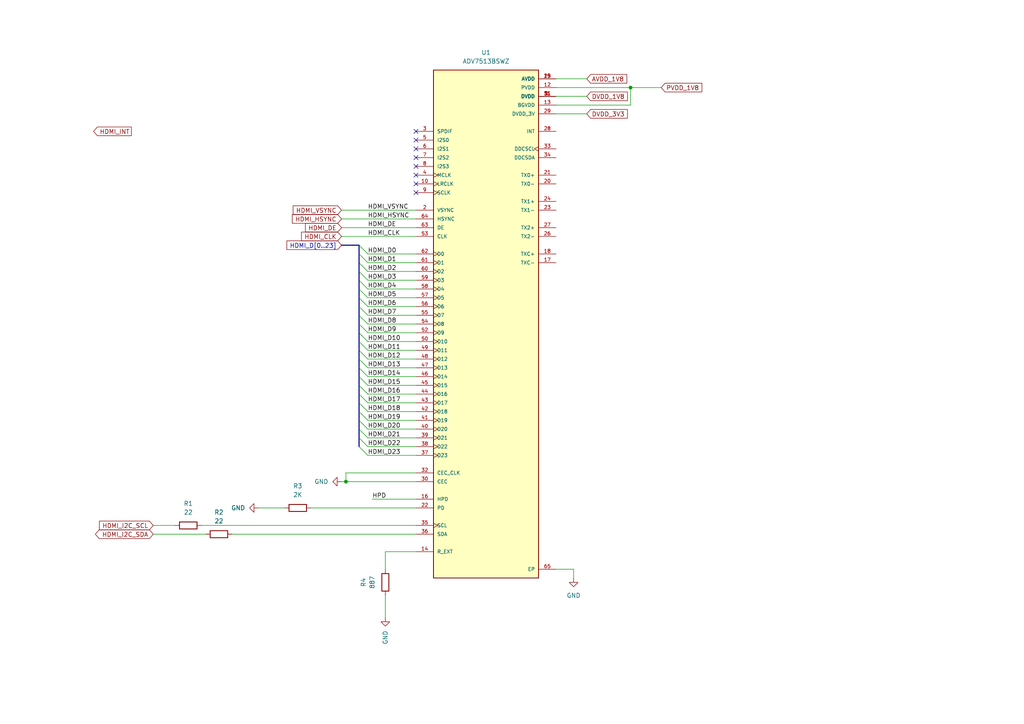
<source format=kicad_sch>
(kicad_sch (version 20211123) (generator eeschema)
  (paper "A4")
  (lib_symbols
    (symbol "ADV7513BSWZ:ADV7513BSWZ" (pin_names (offset 1.016))
      (property "Reference" "U" (at -15.24 73.66 0))
      (property "Value" "ADV7513BSWZ" (at -15.24 -76.2 0))
      (symbol "ADV7513BSWZ_0_0"
        (rectangle (start -15.24 -73.66) (end 15.24 73.66) (stroke (width 0.254)) (fill (type background)))
        (pin power_in line (at 20.32 66.04 180) (length 5.08) (name "DVDD") (number "1"))
        (pin input clock (at -20.32 40.64 0) (length 5.08) (name "LRCLK") (number "10"))
        (pin power_in line (at 20.32 66.04 180) (length 5.08) (name "DVDD") (number "11"))
        (pin power_in line (at 20.32 68.58 180) (length 5.08) (name "PVDD") (number "12"))
        (pin power_in line (at 20.32 63.5 180) (length 5.08) (name "BGVDD") (number "13"))
        (pin bidirectional line (at -20.32 -66.04 0) (length 5.08) (name "R_EXT") (number "14"))
        (pin power_in line (at 20.32 71.12 180) (length 5.08) (name "AVDD") (number "15"))
        (pin input line (at -20.32 -50.8 0) (length 5.08) (name "HPD") (number "16"))
        (pin output line (at 20.32 17.78 180) (length 5.08) (name "TXC−") (number "17"))
        (pin output line (at 20.32 20.32 180) (length 5.08) (name "TXC+") (number "18"))
        (pin power_in line (at 20.32 71.12 180) (length 5.08) (name "AVDD") (number "19"))
        (pin input line (at -20.32 33.02 0) (length 5.08) (name "VSYNC") (number "2"))
        (pin output line (at 20.32 40.64 180) (length 5.08) (name "TX0−") (number "20"))
        (pin output line (at 20.32 43.18 180) (length 5.08) (name "TX0+") (number "21"))
        (pin input line (at -20.32 -53.34 0) (length 5.08) (name "PD") (number "22"))
        (pin output line (at 20.32 33.02 180) (length 5.08) (name "TX1−") (number "23"))
        (pin output line (at 20.32 35.56 180) (length 5.08) (name "TX1+") (number "24"))
        (pin power_in line (at 20.32 71.12 180) (length 5.08) (name "AVDD") (number "25"))
        (pin output line (at 20.32 25.4 180) (length 5.08) (name "TX2−") (number "26"))
        (pin output line (at 20.32 27.94 180) (length 5.08) (name "TX2+") (number "27"))
        (pin output line (at 20.32 55.88 180) (length 5.08) (name "INT") (number "28"))
        (pin power_in line (at 20.32 60.96 180) (length 5.08) (name "DVDD_3V") (number "29"))
        (pin input line (at -20.32 55.88 0) (length 5.08) (name "SPDIF") (number "3"))
        (pin bidirectional line (at -20.32 -45.72 0) (length 5.08) (name "CEC") (number "30"))
        (pin power_in line (at 20.32 66.04 180) (length 5.08) (name "DVDD") (number "31"))
        (pin input line (at -20.32 -43.18 0) (length 5.08) (name "CEC_CLK") (number "32"))
        (pin output clock (at 20.32 50.8 180) (length 5.08) (name "DDCSCL") (number "33"))
        (pin bidirectional line (at 20.32 48.26 180) (length 5.08) (name "DDCSDA") (number "34"))
        (pin input clock (at -20.32 -58.42 0) (length 5.08) (name "SCL") (number "35"))
        (pin bidirectional line (at -20.32 -60.96 0) (length 5.08) (name "SDA") (number "36"))
        (pin input clock (at -20.32 -38.1 0) (length 5.08) (name "D23") (number "37"))
        (pin input clock (at -20.32 -35.56 0) (length 5.08) (name "D22") (number "38"))
        (pin input clock (at -20.32 -33.02 0) (length 5.08) (name "D21") (number "39"))
        (pin input clock (at -20.32 43.18 0) (length 5.08) (name "MCLK") (number "4"))
        (pin input clock (at -20.32 -30.48 0) (length 5.08) (name "D20") (number "40"))
        (pin input clock (at -20.32 -27.94 0) (length 5.08) (name "D19") (number "41"))
        (pin input clock (at -20.32 -25.4 0) (length 5.08) (name "D18") (number "42"))
        (pin input clock (at -20.32 -22.86 0) (length 5.08) (name "D17") (number "43"))
        (pin input clock (at -20.32 -20.32 0) (length 5.08) (name "D16") (number "44"))
        (pin input clock (at -20.32 -17.78 0) (length 5.08) (name "D15") (number "45"))
        (pin input clock (at -20.32 -15.24 0) (length 5.08) (name "D14") (number "46"))
        (pin input clock (at -20.32 -12.7 0) (length 5.08) (name "D13") (number "47"))
        (pin input clock (at -20.32 -10.16 0) (length 5.08) (name "D12") (number "48"))
        (pin input clock (at -20.32 -7.62 0) (length 5.08) (name "D11") (number "49"))
        (pin input line (at -20.32 53.34 0) (length 5.08) (name "I2S0") (number "5"))
        (pin input clock (at -20.32 -5.08 0) (length 5.08) (name "D10") (number "50"))
        (pin power_in line (at 20.32 66.04 180) (length 5.08) (name "DVDD") (number "51"))
        (pin input clock (at -20.32 -2.54 0) (length 5.08) (name "D9") (number "52"))
        (pin input line (at -20.32 25.4 0) (length 5.08) (name "CLK") (number "53"))
        (pin input clock (at -20.32 0 0) (length 5.08) (name "D8") (number "54"))
        (pin input clock (at -20.32 2.54 0) (length 5.08) (name "D7") (number "55"))
        (pin input clock (at -20.32 5.08 0) (length 5.08) (name "D6") (number "56"))
        (pin input clock (at -20.32 7.62 0) (length 5.08) (name "D5") (number "57"))
        (pin input clock (at -20.32 10.16 0) (length 5.08) (name "D4") (number "58"))
        (pin input clock (at -20.32 12.7 0) (length 5.08) (name "D3") (number "59"))
        (pin input line (at -20.32 50.8 0) (length 5.08) (name "I2S1") (number "6"))
        (pin input clock (at -20.32 15.24 0) (length 5.08) (name "D2") (number "60"))
        (pin input clock (at -20.32 17.78 0) (length 5.08) (name "D1") (number "61"))
        (pin input clock (at -20.32 20.32 0) (length 5.08) (name "D0") (number "62"))
        (pin input line (at -20.32 27.94 0) (length 5.08) (name "DE") (number "63"))
        (pin input line (at -20.32 30.48 0) (length 5.08) (name "HSYNC") (number "64"))
        (pin power_in line (at 20.32 -71.12 180) (length 5.08) (name "EP") (number "65"))
        (pin input line (at -20.32 48.26 0) (length 5.08) (name "I2S2") (number "7"))
        (pin input line (at -20.32 45.72 0) (length 5.08) (name "I2S3") (number "8"))
        (pin input clock (at -20.32 38.1 0) (length 5.08) (name "SCLK") (number "9"))
      )
    )
    (symbol "Connector_Generic:Conn_02x20_Odd_Even" (pin_names (offset 1.016) hide)
      (property "Reference" "J" (at 1.27 25.4 0))
      (property "Value" "Conn_02x20_Odd_Even" (at 1.27 -27.94 0))
      (symbol "Conn_02x20_Odd_Even_1_1"
        (rectangle (start -1.27 -25.273) (end 0 -25.527) (stroke (width 0.1524)))
        (rectangle (start -1.27 -22.733) (end 0 -22.987) (stroke (width 0.1524)))
        (rectangle (start -1.27 -20.193) (end 0 -20.447) (stroke (width 0.1524)))
        (rectangle (start -1.27 -17.653) (end 0 -17.907) (stroke (width 0.1524)))
        (rectangle (start -1.27 -15.113) (end 0 -15.367) (stroke (width 0.1524)))
        (rectangle (start -1.27 -12.573) (end 0 -12.827) (stroke (width 0.1524)))
        (rectangle (start -1.27 -10.033) (end 0 -10.287) (stroke (width 0.1524)))
        (rectangle (start -1.27 -7.493) (end 0 -7.747) (stroke (width 0.1524)))
        (rectangle (start -1.27 -4.953) (end 0 -5.207) (stroke (width 0.1524)))
        (rectangle (start -1.27 -2.413) (end 0 -2.667) (stroke (width 0.1524)))
        (rectangle (start -1.27 0.127) (end 0 -0.127) (stroke (width 0.1524)))
        (rectangle (start -1.27 2.667) (end 0 2.413) (stroke (width 0.1524)))
        (rectangle (start -1.27 5.207) (end 0 4.953) (stroke (width 0.1524)))
        (rectangle (start -1.27 7.747) (end 0 7.493) (stroke (width 0.1524)))
        (rectangle (start -1.27 10.287) (end 0 10.033) (stroke (width 0.1524)))
        (rectangle (start -1.27 12.827) (end 0 12.573) (stroke (width 0.1524)))
        (rectangle (start -1.27 15.367) (end 0 15.113) (stroke (width 0.1524)))
        (rectangle (start -1.27 17.907) (end 0 17.653) (stroke (width 0.1524)))
        (rectangle (start -1.27 20.447) (end 0 20.193) (stroke (width 0.1524)))
        (rectangle (start -1.27 22.987) (end 0 22.733) (stroke (width 0.1524)))
        (rectangle (start -1.27 24.13) (end 3.81 -26.67) (stroke (width 0.254)) (fill (type background)))
        (rectangle (start 3.81 -25.273) (end 2.54 -25.527) (stroke (width 0.1524)))
        (rectangle (start 3.81 -22.733) (end 2.54 -22.987) (stroke (width 0.1524)))
        (rectangle (start 3.81 -20.193) (end 2.54 -20.447) (stroke (width 0.1524)))
        (rectangle (start 3.81 -17.653) (end 2.54 -17.907) (stroke (width 0.1524)))
        (rectangle (start 3.81 -15.113) (end 2.54 -15.367) (stroke (width 0.1524)))
        (rectangle (start 3.81 -12.573) (end 2.54 -12.827) (stroke (width 0.1524)))
        (rectangle (start 3.81 -10.033) (end 2.54 -10.287) (stroke (width 0.1524)))
        (rectangle (start 3.81 -7.493) (end 2.54 -7.747) (stroke (width 0.1524)))
        (rectangle (start 3.81 -4.953) (end 2.54 -5.207) (stroke (width 0.1524)))
        (rectangle (start 3.81 -2.413) (end 2.54 -2.667) (stroke (width 0.1524)))
        (rectangle (start 3.81 0.127) (end 2.54 -0.127) (stroke (width 0.1524)))
        (rectangle (start 3.81 2.667) (end 2.54 2.413) (stroke (width 0.1524)))
        (rectangle (start 3.81 5.207) (end 2.54 4.953) (stroke (width 0.1524)))
        (rectangle (start 3.81 7.747) (end 2.54 7.493) (stroke (width 0.1524)))
        (rectangle (start 3.81 10.287) (end 2.54 10.033) (stroke (width 0.1524)))
        (rectangle (start 3.81 12.827) (end 2.54 12.573) (stroke (width 0.1524)))
        (rectangle (start 3.81 15.367) (end 2.54 15.113) (stroke (width 0.1524)))
        (rectangle (start 3.81 17.907) (end 2.54 17.653) (stroke (width 0.1524)))
        (rectangle (start 3.81 20.447) (end 2.54 20.193) (stroke (width 0.1524)))
        (rectangle (start 3.81 22.987) (end 2.54 22.733) (stroke (width 0.1524)))
        (pin passive line (at -5.08 22.86 0) (length 3.81) (name "Pin_1") (number "1"))
        (pin passive line (at 7.62 12.7 180) (length 3.81) (name "Pin_10") (number "10"))
        (pin passive line (at -5.08 10.16 0) (length 3.81) (name "Pin_11") (number "11"))
        (pin passive line (at 7.62 10.16 180) (length 3.81) (name "Pin_12") (number "12"))
        (pin passive line (at -5.08 7.62 0) (length 3.81) (name "Pin_13") (number "13"))
        (pin passive line (at 7.62 7.62 180) (length 3.81) (name "Pin_14") (number "14"))
        (pin passive line (at -5.08 5.08 0) (length 3.81) (name "Pin_15") (number "15"))
        (pin passive line (at 7.62 5.08 180) (length 3.81) (name "Pin_16") (number "16"))
        (pin passive line (at -5.08 2.54 0) (length 3.81) (name "Pin_17") (number "17"))
        (pin passive line (at 7.62 2.54 180) (length 3.81) (name "Pin_18") (number "18"))
        (pin passive line (at -5.08 0 0) (length 3.81) (name "Pin_19") (number "19"))
        (pin passive line (at 7.62 22.86 180) (length 3.81) (name "Pin_2") (number "2"))
        (pin passive line (at 7.62 0 180) (length 3.81) (name "Pin_20") (number "20"))
        (pin passive line (at -5.08 -2.54 0) (length 3.81) (name "Pin_21") (number "21"))
        (pin passive line (at 7.62 -2.54 180) (length 3.81) (name "Pin_22") (number "22"))
        (pin passive line (at -5.08 -5.08 0) (length 3.81) (name "Pin_23") (number "23"))
        (pin passive line (at 7.62 -5.08 180) (length 3.81) (name "Pin_24") (number "24"))
        (pin passive line (at -5.08 -7.62 0) (length 3.81) (name "Pin_25") (number "25"))
        (pin passive line (at 7.62 -7.62 180) (length 3.81) (name "Pin_26") (number "26"))
        (pin passive line (at -5.08 -10.16 0) (length 3.81) (name "Pin_27") (number "27"))
        (pin passive line (at 7.62 -10.16 180) (length 3.81) (name "Pin_28") (number "28"))
        (pin passive line (at -5.08 -12.7 0) (length 3.81) (name "Pin_29") (number "29"))
        (pin passive line (at -5.08 20.32 0) (length 3.81) (name "Pin_3") (number "3"))
        (pin passive line (at 7.62 -12.7 180) (length 3.81) (name "Pin_30") (number "30"))
        (pin passive line (at -5.08 -15.24 0) (length 3.81) (name "Pin_31") (number "31"))
        (pin passive line (at 7.62 -15.24 180) (length 3.81) (name "Pin_32") (number "32"))
        (pin passive line (at -5.08 -17.78 0) (length 3.81) (name "Pin_33") (number "33"))
        (pin passive line (at 7.62 -17.78 180) (length 3.81) (name "Pin_34") (number "34"))
        (pin passive line (at -5.08 -20.32 0) (length 3.81) (name "Pin_35") (number "35"))
        (pin passive line (at 7.62 -20.32 180) (length 3.81) (name "Pin_36") (number "36"))
        (pin passive line (at -5.08 -22.86 0) (length 3.81) (name "Pin_37") (number "37"))
        (pin passive line (at 7.62 -22.86 180) (length 3.81) (name "Pin_38") (number "38"))
        (pin passive line (at -5.08 -25.4 0) (length 3.81) (name "Pin_39") (number "39"))
        (pin passive line (at 7.62 20.32 180) (length 3.81) (name "Pin_4") (number "4"))
        (pin passive line (at 7.62 -25.4 180) (length 3.81) (name "Pin_40") (number "40"))
        (pin passive line (at -5.08 17.78 0) (length 3.81) (name "Pin_5") (number "5"))
        (pin passive line (at 7.62 17.78 180) (length 3.81) (name "Pin_6") (number "6"))
        (pin passive line (at -5.08 15.24 0) (length 3.81) (name "Pin_7") (number "7"))
        (pin passive line (at 7.62 15.24 180) (length 3.81) (name "Pin_8") (number "8"))
        (pin passive line (at -5.08 12.7 0) (length 3.81) (name "Pin_9") (number "9"))
      )
    )
    (symbol "Device:C" (pin_numbers hide) (pin_names (offset 0.254))
      (property "Reference" "C" (at 0.635 2.54 0))
      (property "Value" "C" (at 0.635 -2.54 0))
      (symbol "C_0_1"
        (polyline (pts (xy -2.032 -0.762) (xy 2.032 -0.762)) (stroke (width 0.508)))
        (polyline (pts (xy -2.032 0.762) (xy 2.032 0.762)) (stroke (width 0.508)))
      )
      (symbol "C_1_1"
        (pin passive line (at 0 3.81 270) (length 2.794) (name "~") (number "1"))
        (pin passive line (at 0 -3.81 90) (length 2.794) (name "~") (number "2"))
      )
    )
    (symbol "Device:R" (pin_numbers hide) (pin_names (offset 0))
      (property "Reference" "R" (at 2.032 0 90))
      (property "Value" "R" (at 0 0 90))
      (symbol "R_0_1"
        (rectangle (start -1.016 -2.54) (end 1.016 2.54) (stroke (width 0.254)))
      )
      (symbol "R_1_1"
        (pin passive line (at 0 3.81 270) (length 1.27) (name "~") (number "1"))
        (pin passive line (at 0 -3.81 90) (length 1.27) (name "~") (number "2"))
      )
    )
    (symbol "power:GND" (power) (pin_names (offset 0))
      (property "Value" "GND" (at 0 -3.81 0))
      (symbol "GND_0_1"
        (polyline (pts (xy 0 0) (xy 0 -1.27) (xy 1.27 -1.27) (xy 0 -2.54) (xy -1.27 -1.27) (xy 0 -1.27)))
      )
      (symbol "GND_1_1"
        (pin power_in line (at 0 0 270) (length 0) hide (name "GND") (number "1"))
      )
    )
  )
  (junction (at -69.85 101.6))
  (junction (at -46.99 63.5))
  (junction (at -26.67 31.75))
  (junction (at -52.07 115.57))
  (junction (at -36.83 101.6))
  (junction (at -67.31 31.75))
  (junction (at -67.31 45.72))
  (junction (at 182.88 25.4))
  (junction (at -71.12 77.47))
  (junction (at -49.53 2.54))
  (junction (at -53.34 31.75))
  (junction (at -40.64 45.72))
  (junction (at -85.09 31.75))
  (junction (at -34.29 63.5))
  (junction (at -62.23 115.57))
  (junction (at -40.64 31.75))
  (junction (at -60.96 63.5))
  (junction (at -46.99 77.47))
  (junction (at -59.69 16.51))
  (junction (at -52.07 101.6))
  (junction (at -78.74 63.5))
  (junction (at 100.33 139.7))
  (junction (at -60.96 77.47))
  (junction (at -53.34 45.72))
  (junction (at -67.31 2.54))
  (junction (at -77.47 45.72))
  (no_connect (at 120.65 50.8))
  (no_connect (at 120.65 53.34))
  (no_connect (at 120.65 55.88))
  (no_connect (at 120.65 38.1))
  (no_connect (at 120.65 40.64))
  (no_connect (at 120.65 43.18))
  (no_connect (at 120.65 45.72))
  (no_connect (at 120.65 48.26))
  (bus_entry (at 104.14 78.74) (size 2.54 2.54))
  (bus_entry (at 104.14 81.28) (size 2.54 2.54))
  (bus_entry (at 104.14 83.82) (size 2.54 2.54))
  (bus_entry (at 104.14 86.36) (size 2.54 2.54))
  (bus_entry (at 104.14 88.9) (size 2.54 2.54))
  (bus_entry (at 104.14 91.44) (size 2.54 2.54))
  (bus_entry (at 104.14 93.98) (size 2.54 2.54))
  (bus_entry (at 104.14 96.52) (size 2.54 2.54))
  (bus_entry (at 104.14 99.06) (size 2.54 2.54))
  (bus_entry (at 104.14 101.6) (size 2.54 2.54))
  (bus_entry (at 104.14 127) (size 2.54 2.54))
  (bus_entry (at 104.14 129.54) (size 2.54 2.54))
  (bus_entry (at 104.14 104.14) (size 2.54 2.54))
  (bus_entry (at 104.14 106.68) (size 2.54 2.54))
  (bus_entry (at 104.14 109.22) (size 2.54 2.54))
  (bus_entry (at 104.14 111.76) (size 2.54 2.54))
  (bus_entry (at 104.14 114.3) (size 2.54 2.54))
  (bus_entry (at 104.14 116.84) (size 2.54 2.54))
  (bus_entry (at 104.14 119.38) (size 2.54 2.54))
  (bus_entry (at 104.14 121.92) (size 2.54 2.54))
  (bus_entry (at 104.14 124.46) (size 2.54 2.54))
  (bus_entry (at 104.14 76.2) (size 2.54 2.54))
  (bus_entry (at 104.14 73.66) (size 2.54 2.54))
  (bus_entry (at 104.14 71.12) (size 2.54 2.54))
  (bus (pts (xy 104.14 114.3) (xy 104.14 116.84)))
  (wire (pts (xy 161.29 30.48) (xy 182.88 30.48)))
  (wire (pts (xy -139.7 13.97) (xy -129.54 13.97)))
  (wire (pts (xy -34.29 74.93) (xy -34.29 77.47)))
  (wire (pts (xy 106.68 124.46) (xy 120.65 124.46)))
  (wire (pts (xy -26.67 31.75) (xy -26.67 35.56)))
  (wire (pts (xy 161.29 33.02) (xy 170.18 33.02)))
  (wire (pts (xy 106.68 81.28) (xy 120.65 81.28)))
  (wire (pts (xy 161.29 165.1) (xy 166.37 165.1)))
  (wire (pts (xy -60.96 63.5) (xy -60.96 67.31)))
  (bus (pts (xy 104.14 116.84) (xy 104.14 119.38)))
  (wire (pts (xy 106.68 109.22) (xy 120.65 109.22)))
  (wire (pts (xy 111.76 160.02) (xy 111.76 165.1)))
  (wire (pts (xy -95.25 31.75) (xy -85.09 31.75)))
  (wire (pts (xy -67.31 16.51) (xy -59.69 16.51)))
  (bus (pts (xy 104.14 109.22) (xy 104.14 111.76)))
  (bus (pts (xy 104.14 71.12) (xy 104.14 73.66)))
  (wire (pts (xy 106.68 121.92) (xy 120.65 121.92)))
  (wire (pts (xy -26.67 43.18) (xy -26.67 45.72)))
  (bus (pts (xy 104.14 96.52) (xy 104.14 99.06)))
  (wire (pts (xy -49.53 16.51) (xy -49.53 13.97)))
  (wire (pts (xy 99.06 139.7) (xy 100.33 139.7)))
  (wire (pts (xy -53.34 31.75) (xy -53.34 35.56)))
  (wire (pts (xy -46.99 74.93) (xy -46.99 77.47)))
  (wire (pts (xy 106.68 88.9) (xy 120.65 88.9)))
  (wire (pts (xy 106.68 99.06) (xy 120.65 99.06)))
  (wire (pts (xy 106.68 114.3) (xy 120.65 114.3)))
  (wire (pts (xy 166.37 165.1) (xy 166.37 167.64)))
  (wire (pts (xy 44.45 154.94) (xy 59.69 154.94)))
  (bus (pts (xy 104.14 104.14) (xy 104.14 106.68)))
  (wire (pts (xy 106.68 93.98) (xy 120.65 93.98)))
  (bus (pts (xy 104.14 76.2) (xy 104.14 78.74)))
  (wire (pts (xy 58.42 152.4) (xy 120.65 152.4)))
  (wire (pts (xy -36.83 113.03) (xy -36.83 115.57)))
  (wire (pts (xy 106.68 101.6) (xy 120.65 101.6)))
  (bus (pts (xy 104.14 127) (xy 104.14 129.54)))
  (wire (pts (xy 161.29 25.4) (xy 182.88 25.4)))
  (wire (pts (xy 106.68 76.2) (xy 120.65 76.2)))
  (bus (pts (xy 104.14 119.38) (xy 104.14 121.92)))
  (wire (pts (xy -36.83 115.57) (xy -52.07 115.57)))
  (wire (pts (xy -40.64 31.75) (xy -26.67 31.75)))
  (wire (pts (xy -67.31 31.75) (xy -53.34 31.75)))
  (wire (pts (xy -26.67 31.75) (xy -15.24 31.75)))
  (bus (pts (xy 104.14 101.6) (xy 104.14 104.14)))
  (wire (pts (xy -52.07 115.57) (xy -52.07 113.03)))
  (wire (pts (xy -53.34 45.72) (xy -67.31 45.72)))
  (bus (pts (xy 104.14 73.66) (xy 104.14 76.2)))
  (wire (pts (xy -62.23 115.57) (xy -52.07 115.57)))
  (bus (pts (xy 104.14 106.68) (xy 104.14 109.22)))
  (wire (pts (xy 106.68 86.36) (xy 120.65 86.36)))
  (wire (pts (xy -69.85 101.6) (xy -52.07 101.6)))
  (wire (pts (xy 44.45 152.4) (xy 50.8 152.4)))
  (wire (pts (xy 106.68 96.52) (xy 120.65 96.52)))
  (wire (pts (xy -36.83 101.6) (xy -36.83 105.41)))
  (bus (pts (xy 104.14 93.98) (xy 104.14 96.52)))
  (bus (pts (xy 104.14 99.06) (xy 104.14 101.6)))
  (wire (pts (xy -77.47 45.72) (xy -77.47 49.53)))
  (wire (pts (xy -80.01 101.6) (xy -69.85 101.6)))
  (wire (pts (xy 120.65 111.76) (xy 106.68 111.76)))
  (bus (pts (xy 104.14 91.44) (xy 104.14 93.98)))
  (wire (pts (xy -46.99 77.47) (xy -60.96 77.47)))
  (wire (pts (xy -34.29 63.5) (xy -25.4 63.5)))
  (wire (pts (xy -69.85 115.57) (xy -62.23 115.57)))
  (wire (pts (xy 90.17 147.32) (xy 120.65 147.32)))
  (wire (pts (xy -85.09 43.18) (xy -85.09 45.72)))
  (wire (pts (xy -78.74 63.5) (xy -78.74 67.31)))
  (wire (pts (xy 106.68 129.54) (xy 120.65 129.54)))
  (wire (pts (xy 106.68 127) (xy 120.65 127)))
  (wire (pts (xy -40.64 45.72) (xy -53.34 45.72)))
  (wire (pts (xy -69.85 101.6) (xy -69.85 105.41)))
  (wire (pts (xy -53.34 31.75) (xy -40.64 31.75)))
  (wire (pts (xy -34.29 63.5) (xy -34.29 67.31)))
  (wire (pts (xy 106.68 119.38) (xy 120.65 119.38)))
  (wire (pts (xy 106.68 83.82) (xy 120.65 83.82)))
  (wire (pts (xy 74.93 147.32) (xy 82.55 147.32)))
  (wire (pts (xy -59.69 16.51) (xy -59.69 20.32)))
  (wire (pts (xy 99.06 68.58) (xy 120.65 68.58)))
  (bus (pts (xy 104.14 121.92) (xy 104.14 124.46)))
  (wire (pts (xy -67.31 45.72) (xy -67.31 43.18)))
  (bus (pts (xy 104.14 83.82) (xy 104.14 86.36)))
  (bus (pts (xy 104.14 111.76) (xy 104.14 114.3)))
  (bus (pts (xy 104.14 124.46) (xy 104.14 127)))
  (wire (pts (xy -77.47 2.54) (xy -67.31 2.54)))
  (wire (pts (xy -62.23 115.57) (xy -62.23 119.38)))
  (wire (pts (xy -67.31 2.54) (xy -67.31 6.35)))
  (wire (pts (xy -78.74 74.93) (xy -78.74 77.47)))
  (wire (pts (xy -40.64 43.18) (xy -40.64 45.72)))
  (wire (pts (xy 99.06 66.04) (xy 120.65 66.04)))
  (wire (pts (xy 161.29 27.94) (xy 170.18 27.94)))
  (wire (pts (xy 100.33 137.16) (xy 120.65 137.16)))
  (wire (pts (xy -49.53 2.54) (xy -39.37 2.54)))
  (wire (pts (xy 161.29 22.86) (xy 170.18 22.86)))
  (wire (pts (xy -78.74 63.5) (xy -60.96 63.5)))
  (wire (pts (xy -26.67 45.72) (xy -40.64 45.72)))
  (bus (pts (xy 104.14 86.36) (xy 104.14 88.9)))
  (wire (pts (xy -85.09 45.72) (xy -77.47 45.72)))
  (wire (pts (xy 107.95 144.78) (xy 120.65 144.78)))
  (wire (pts (xy 106.68 78.74) (xy 120.65 78.74)))
  (wire (pts (xy -46.99 63.5) (xy -34.29 63.5)))
  (wire (pts (xy -49.53 2.54) (xy -49.53 6.35)))
  (wire (pts (xy -123.19 16.51) (xy -123.19 19.05)))
  (wire (pts (xy -77.47 45.72) (xy -67.31 45.72)))
  (wire (pts (xy 106.68 132.08) (xy 120.65 132.08)))
  (wire (pts (xy -69.85 113.03) (xy -69.85 115.57)))
  (wire (pts (xy -36.83 101.6) (xy -25.4 101.6)))
  (wire (pts (xy -46.99 63.5) (xy -46.99 67.31)))
  (wire (pts (xy 106.68 91.44) (xy 120.65 91.44)))
  (wire (pts (xy -40.64 31.75) (xy -40.64 35.56)))
  (bus (pts (xy 104.14 81.28) (xy 104.14 83.82)))
  (wire (pts (xy -67.31 31.75) (xy -67.31 35.56)))
  (wire (pts (xy 99.06 60.96) (xy 120.65 60.96)))
  (wire (pts (xy 182.88 25.4) (xy 191.77 25.4)))
  (wire (pts (xy -139.7 16.51) (xy -123.19 16.51)))
  (bus (pts (xy 104.14 78.74) (xy 104.14 81.28)))
  (wire (pts (xy 106.68 104.14) (xy 120.65 104.14)))
  (wire (pts (xy -71.12 77.47) (xy -60.96 77.47)))
  (wire (pts (xy 106.68 106.68) (xy 120.65 106.68)))
  (wire (pts (xy -59.69 16.51) (xy -49.53 16.51)))
  (wire (pts (xy -88.9 63.5) (xy -78.74 63.5)))
  (wire (pts (xy -139.7 57.15) (xy -129.54 57.15)))
  (wire (pts (xy -85.09 31.75) (xy -85.09 35.56)))
  (wire (pts (xy 111.76 179.07) (xy 111.76 172.72)))
  (wire (pts (xy 99.06 63.5) (xy 120.65 63.5)))
  (wire (pts (xy -52.07 101.6) (xy -52.07 105.41)))
  (wire (pts (xy -34.29 77.47) (xy -46.99 77.47)))
  (wire (pts (xy -85.09 31.75) (xy -67.31 31.75)))
  (wire (pts (xy 100.33 139.7) (xy 100.33 137.16)))
  (wire (pts (xy 182.88 30.48) (xy 182.88 25.4)))
  (wire (pts (xy -78.74 77.47) (xy -71.12 77.47)))
  (wire (pts (xy -52.07 101.6) (xy -36.83 101.6)))
  (wire (pts (xy 106.68 73.66) (xy 120.65 73.66)))
  (wire (pts (xy 111.76 160.02) (xy 120.65 160.02)))
  (wire (pts (xy -53.34 43.18) (xy -53.34 45.72)))
  (wire (pts (xy -67.31 13.97) (xy -67.31 16.51)))
  (wire (pts (xy -71.12 77.47) (xy -71.12 81.28)))
  (wire (pts (xy -67.31 2.54) (xy -49.53 2.54)))
  (wire (pts (xy -60.96 63.5) (xy -46.99 63.5)))
  (wire (pts (xy 67.31 154.94) (xy 120.65 154.94)))
  (bus (pts (xy 99.06 71.12) (xy 104.14 71.12)))
  (wire (pts (xy 100.33 139.7) (xy 120.65 139.7)))
  (bus (pts (xy 104.14 88.9) (xy 104.14 91.44)))
  (wire (pts (xy 106.68 116.84) (xy 120.65 116.84)))
  (wire (pts (xy -60.96 77.47) (xy -60.96 74.93)))
  (label "HDMI_D21" (at 106.68 127 0))
  (label "HDMI_D19" (at 106.68 121.92 0))
  (label "HDMI_D10" (at 106.68 99.06 0))
  (label "HDMI_D7" (at 106.68 91.44 0))
  (label "HDMI_D4" (at 106.68 83.82 0))
  (label "HDMI_VSYNC" (at 106.68 60.96 0))
  (label "HDMI_D14" (at 106.68 109.22 0))
  (label "HDMI_D18" (at 106.68 119.38 0))
  (label "HDMI_D20" (at 106.68 124.46 0))
  (label "HPD" (at 107.95 144.78 0))
  (label "HDMI_D0" (at 106.68 73.66 0))
  (label "HDMI_D22" (at 106.68 129.54 0))
  (label "HDMI_D15" (at 106.68 111.76 0))
  (label "HDMI_D23" (at 106.68 132.08 0))
  (label "HDMI_D6" (at 106.68 88.9 0))
  (label "HDMI_D1" (at 106.68 76.2 0))
  (label "HDMI_D16" (at 106.68 114.3 0))
  (label "HDMI_D8" (at 106.68 93.98 0))
  (label "HDMI_D3" (at 106.68 81.28 0))
  (label "HDMI_HSYNC" (at 106.68 63.5 0))
  (label "HDMI_D9" (at 106.68 96.52 0))
  (label "HDMI_CLK" (at 106.68 68.58 0))
  (label "HDMI_D13" (at 106.68 106.68 0))
  (label "HDMI_D11" (at 106.68 101.6 0))
  (label "HDMI_D5" (at 106.68 86.36 0))
  (label "HDMI_D12" (at 106.68 104.14 0))
  (label "HDMI_D17" (at 106.68 116.84 0))
  (label "HDMI_DE" (at 106.68 66.04 0))
  (label "HDMI_D2" (at 106.68 78.74 0))
  (global_label "AVDD_1V8" (shape input) (at 170.18 22.86 0) (property "Intersheet References" "${INTERSHEET_REFS}" (effects hide)))
  (global_label "HDMI_CLK" (shape input) (at 99.06 68.58 180) (property "Intersheet References" "${INTERSHEET_REFS}" (effects hide)))
  (global_label "DVDD_3V3" (shape input) (at 170.18 33.02 0) (property "Intersheet References" "${INTERSHEET_REFS}" (effects hide)))
  (global_label "1V8" (shape input) (at -95.25 31.75 180) (property "Intersheet References" "${INTERSHEET_REFS}" (effects hide)))
  (global_label "HDMI_D[0..23]" (shape input) (at 99.06 71.12 180) (property "Intersheet References" "${INTERSHEET_REFS}" (effects hide)))
  (global_label "PVDD_1V8" (shape input) (at -25.4 101.6 0) (property "Intersheet References" "${INTERSHEET_REFS}" (effects hide)))
  (global_label "AVDD_1V8" (shape input) (at -25.4 63.5 0) (property "Intersheet References" "${INTERSHEET_REFS}" (effects hide)))
  (global_label "PVDD_1V8" (shape input) (at 191.77 25.4 0) (property "Intersheet References" "${INTERSHEET_REFS}" (effects hide)))
  (global_label "3V3" (shape input) (at -77.47 2.54 180) (property "Intersheet References" "${INTERSHEET_REFS}" (effects hide)))
  (global_label "HDMI_I2C_SCL" (shape input) (at 44.45 152.4 180) (property "Intersheet References" "${INTERSHEET_REFS}" (effects hide)))
  (global_label "DVDD_1V8" (shape input) (at -15.24 31.75 0) (property "Intersheet References" "${INTERSHEET_REFS}" (effects hide)))
  (global_label "1V8" (shape input) (at -88.9 63.5 180) (property "Intersheet References" "${INTERSHEET_REFS}" (effects hide)))
  (global_label "HDMI_I2C_SDA" (shape bidirectional) (at 44.45 154.94 180) (property "Intersheet References" "${INTERSHEET_REFS}" (effects hide)))
  (global_label "VIN" (shape input) (at -129.54 13.97 0) (property "Intersheet References" "${INTERSHEET_REFS}" (effects hide)))
  (global_label "3V3" (shape input) (at -129.54 57.15 0) (property "Intersheet References" "${INTERSHEET_REFS}" (effects hide)))
  (global_label "1V8" (shape input) (at -80.01 101.6 180) (property "Intersheet References" "${INTERSHEET_REFS}" (effects hide)))
  (global_label "HDMI_HSYNC" (shape input) (at 99.06 63.5 180) (property "Intersheet References" "${INTERSHEET_REFS}" (effects hide)))
  (global_label "DVDD_3V3" (shape input) (at -39.37 2.54 0) (property "Intersheet References" "${INTERSHEET_REFS}" (effects hide)))
  (global_label "HDMI_VSYNC" (shape input) (at 99.06 60.96 180) (property "Intersheet References" "${INTERSHEET_REFS}" (effects hide)))
  (global_label "HDMI_INT" (shape output) (at 38.1 38.1 180) (property "Intersheet References" "${INTERSHEET_REFS}" (effects hide)))
  (global_label "HDMI_DE" (shape input) (at 99.06 66.04 180) (property "Intersheet References" "${INTERSHEET_REFS}" (effects hide)))
  (global_label "DVDD_1V8" (shape input) (at 170.18 27.94 0) (property "Intersheet References" "${INTERSHEET_REFS}" (effects hide)))
  (symbol (lib_id "Device:C") (at -67.31 10.16 0) (unit 1)
    (property "Reference" "C1" (at -62.23 8.8899 0) (effects (justify left)))
    (property "Value" "10u" (at -62.23 11.4299 0) (effects (justify left)))
    (property "Footprint" "Capacitor_SMD:C_0603_1608Metric" (effects hide))
  )
  (symbol (lib_id "power:GND") (at -62.23 119.38 0) (unit 1)
    (property "Reference" "#PWR09" (effects hide))
    (property "Value" "GND" (at -62.23 124.46 0))
  )
  (symbol (lib_id "Device:R") (at 86.36 147.32 90) (unit 1)
    (property "Reference" "R3" (at 86.36 140.97 90))
    (property "Value" "2K" (at 86.36 143.51 90))
    (property "Footprint" "Resistor_SMD:R_1206_3216Metric" (effects hide))
  )
  (symbol (lib_id "Device:C") (at -60.96 71.12 0) (unit 1)
    (property "Reference" "C7" (at -55.88 69.8499 0) (effects (justify left)))
    (property "Value" "0.1u" (at -55.88 72.3899 0) (effects (justify left)))
    (property "Footprint" "Capacitor_SMD:C_0603_1608Metric" (effects hide))
  )
  (symbol (lib_id "Device:C") (at -40.64 39.37 0) (unit 1)
    (property "Reference" "C11" (at -35.56 38.0999 0) (effects (justify left)))
    (property "Value" "0.1u" (at -35.56 40.6399 0) (effects (justify left)))
    (property "Footprint" "Capacitor_SMD:C_0603_1608Metric" (effects hide))
  )
  (symbol (lib_id "power:GND") (at -59.69 20.32 0) (unit 1)
    (property "Reference" "#PWR06" (effects hide))
    (property "Value" "GND" (at -59.69 25.4 0))
  )
  (symbol (lib_id "Device:C") (at -26.67 39.37 0) (unit 1)
    (property "Reference" "C14" (at -21.59 38.0999 0) (effects (justify left)))
    (property "Value" "0.1u" (at -21.59 40.6399 0) (effects (justify left)))
    (property "Footprint" "Capacitor_SMD:C_0603_1608Metric" (effects hide))
  )
  (symbol (lib_id "Device:R") (at 111.76 168.91 180) (unit 1)
    (property "Reference" "R4" (at 105.41 168.91 90))
    (property "Value" "887" (at 107.95 168.91 90))
    (property "Footprint" "Resistor_SMD:R_1206_3216Metric" (effects hide))
  )
  (symbol (lib_id "ADV7513BSWZ:ADV7513BSWZ") (at 140.97 93.98 0) (unit 1)
    (property "Reference" "U1" (at 140.97 15.24 0))
    (property "Value" "ADV7513BSWZ" (at 140.97 17.78 0))
    (property "Footprint" "QFP50P1200X1200X160-65N" (effects hide))
    (property "STANDARD" "IPC 7351B" (effects hide))
    (property "MANUFACTURER" "ANALOG DEVICES" (effects hide))
    (property "MAXIMUM_PACKAGE_HEIGHT" "1.6mm" (effects hide))
    (property "PARTREV" "B" (effects hide))
  )
  (symbol (lib_id "Device:C") (at -46.99 71.12 0) (unit 1)
    (property "Reference" "C10" (at -41.91 69.8499 0) (effects (justify left)))
    (property "Value" "0.1u" (at -41.91 72.3899 0) (effects (justify left)))
    (property "Footprint" "Capacitor_SMD:C_0603_1608Metric" (effects hide))
  )
  (symbol (lib_id "Device:C") (at -67.31 39.37 0) (unit 1)
    (property "Reference" "C6" (at -62.23 38.0999 0) (effects (justify left)))
    (property "Value" "0.1u" (at -62.23 40.6399 0) (effects (justify left)))
    (property "Footprint" "Capacitor_SMD:C_0603_1608Metric" (effects hide))
  )
  (symbol (lib_id "Connector_Generic:Conn_02x20_Odd_Even") (at -147.32 36.83 0) (unit 1)
    (property "Reference" "J1" (at -146.05 7.62 0))
    (property "Value" "Conn_02x20_Odd_Even" (at -146.05 10.16 0))
    (property "Footprint" "Connector_PinSocket_1.27mm:PinSocket_2x40_P1.27mm_Vertical" (effects hide))
  )
  (symbol (lib_id "power:GND") (at 111.76 179.07 0) (unit 1)
    (property "Reference" "#PWR03" (effects hide))
    (property "Value" "GND" (at 111.7599 182.88 90) (effects (justify right)))
  )
  (symbol (lib_id "Device:R") (at 54.61 152.4 90) (unit 1)
    (property "Reference" "R1" (at 54.61 146.05 90))
    (property "Value" "22" (at 54.61 148.59 90))
    (property "Footprint" "Resistor_SMD:R_1206_3216Metric" (effects hide))
  )
  (symbol (lib_id "Device:C") (at -34.29 71.12 0) (unit 1)
    (property "Reference" "C13" (at -29.21 69.8499 0) (effects (justify left)))
    (property "Value" "0.1u" (at -29.21 72.3899 0) (effects (justify left)))
    (property "Footprint" "Capacitor_SMD:C_0603_1608Metric" (effects hide))
  )
  (symbol (lib_id "Device:C") (at -49.53 10.16 0) (unit 1)
    (property "Reference" "C2" (at -44.45 8.8899 0) (effects (justify left)))
    (property "Value" "0.1u" (at -44.45 11.4299 0) (effects (justify left)))
    (property "Footprint" "Capacitor_SMD:C_0603_1608Metric" (effects hide))
  )
  (symbol (lib_id "Device:C") (at -52.07 109.22 0) (unit 1)
    (property "Reference" "C9" (at -46.99 107.9499 0) (effects (justify left)))
    (property "Value" "0.1u" (at -46.99 110.4899 0) (effects (justify left)))
    (property "Footprint" "Capacitor_SMD:C_0603_1608Metric" (effects hide))
  )
  (symbol (lib_id "Device:R") (at 63.5 154.94 90) (unit 1)
    (property "Reference" "R2" (at 63.5 148.59 90))
    (property "Value" "22" (at 63.5 151.13 90))
    (property "Footprint" "Resistor_SMD:R_1206_3216Metric" (effects hide))
  )
  (symbol (lib_id "power:GND") (at -123.19 19.05 0) (unit 1)
    (property "Reference" "#PWR05" (effects hide))
    (property "Value" "GND" (at -123.19 24.13 0))
  )
  (symbol (lib_id "power:GND") (at 99.06 139.7 270) (unit 1)
    (property "Reference" "#PWR02" (effects hide))
    (property "Value" "GND" (at 95.25 139.6999 90) (effects (justify right)))
  )
  (symbol (lib_id "Device:C") (at -85.09 39.37 0) (unit 1)
    (property "Reference" "C3" (at -80.01 38.0999 0) (effects (justify left)))
    (property "Value" "10u" (at -80.01 40.6399 0) (effects (justify left)))
    (property "Footprint" "Capacitor_SMD:C_0603_1608Metric" (effects hide))
  )
  (symbol (lib_id "Device:C") (at -69.85 109.22 0) (unit 1)
    (property "Reference" "C5" (at -64.77 107.9499 0) (effects (justify left)))
    (property "Value" "10u" (at -64.77 110.4899 0) (effects (justify left)))
    (property "Footprint" "Capacitor_SMD:C_0603_1608Metric" (effects hide))
  )
  (symbol (lib_id "power:GND") (at -71.12 81.28 0) (unit 1)
    (property "Reference" "#PWR08" (effects hide))
    (property "Value" "GND" (at -71.12 86.36 0))
  )
  (symbol (lib_id "Device:C") (at -53.34 39.37 0) (unit 1)
    (property "Reference" "C8" (at -48.26 38.0999 0) (effects (justify left)))
    (property "Value" "0.1u" (at -48.26 40.6399 0) (effects (justify left)))
    (property "Footprint" "Capacitor_SMD:C_0603_1608Metric" (effects hide))
  )
  (symbol (lib_id "Device:C") (at -78.74 71.12 0) (unit 1)
    (property "Reference" "C4" (at -73.66 69.8499 0) (effects (justify left)))
    (property "Value" "10u" (at -73.66 72.3899 0) (effects (justify left)))
    (property "Footprint" "Capacitor_SMD:C_0603_1608Metric" (effects hide))
  )
  (symbol (lib_id "power:GND") (at 166.37 167.64 0) (unit 1)
    (property "Reference" "#PWR04" (effects hide))
    (property "Value" "GND" (at 166.37 172.72 0))
  )
  (symbol (lib_id "power:GND") (at 74.93 147.32 270) (unit 1)
    (property "Reference" "#PWR01" (effects hide))
    (property "Value" "GND" (at 71.12 147.3199 90) (effects (justify right)))
  )
  (symbol (lib_id "power:GND") (at -77.47 49.53 0) (unit 1)
    (property "Reference" "#PWR07" (effects hide))
    (property "Value" "GND" (at -77.47 54.61 0))
  )
  (symbol (lib_id "Device:C") (at -36.83 109.22 0) (unit 1)
    (property "Reference" "C12" (at -31.75 107.9499 0) (effects (justify left)))
    (property "Value" "0.1u" (at -31.75 110.4899 0) (effects (justify left)))
    (property "Footprint" "Capacitor_SMD:C_0603_1608Metric" (effects hide))
  )
)
</source>
